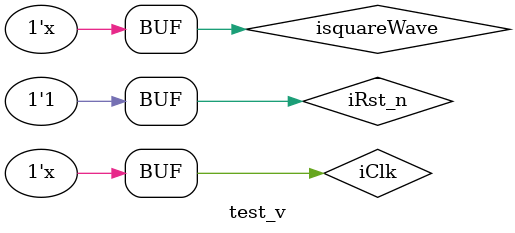
<source format=v>
`timescale 1ns / 1ps


module test_v;

	// Inputs
	reg iClk;
	reg isquareWave;
	reg iRst_n;

	// Outputs
	wire oState_n;

	// Instantiate the Unit Under Test (UUT)
	SquareWave uut (
		.iClk(iClk), 
		.isquareWave(isquareWave), 
		.iRst_n(iRst_n), 
		.oState_n(oState_n)
	);

	initial begin
		// Initialize Inputs
		iClk = 0;
		isquareWave = 0;
		iRst_n = 1;

		// Wait 100 ns for global reset to finish
		#100;
        
		// Add stimulus here

	end
	
   always #16.67 iClk=~iClk;
	
	always 
	begin
		#2000000 isquareWave=~isquareWave;
		#1000000 isquareWave=~isquareWave;
		#1000000 isquareWave=~isquareWave;
		#1000000 isquareWave=~isquareWave;
		#1000000 isquareWave=~isquareWave;		
		#200000 isquareWave=~isquareWave;
		#200000 isquareWave=~isquareWave;
		#200000 isquareWave=~isquareWave;
		#200000 isquareWave=~isquareWave;
		#200000 isquareWave=~isquareWave;
		#200000 isquareWave=~isquareWave;
		#1000000 isquareWave=~isquareWave;
		#1000000 isquareWave=~isquareWave;
		#1000000 isquareWave=~isquareWave;
		#1000000 isquareWave=~isquareWave;
		#1000000 isquareWave=~isquareWave;
		#1000000 isquareWave=~isquareWave;
		#1000000 isquareWave=~isquareWave;
		#2000000 isquareWave=~isquareWave;
		#2000000 isquareWave=~isquareWave;
		#2000000 isquareWave=~isquareWave;
		#2000000 isquareWave=~isquareWave;
		#1000000 isquareWave=~isquareWave;
		#1000000 isquareWave=~isquareWave;
		#1000000 isquareWave=~isquareWave;
		#1000000 isquareWave=~isquareWave;
//		#1000000 isquareWave=~isquareWave;
//		#1000000 isquareWave=~isquareWave;
//		
//		#200000;
//		iRst_n = 0;
//		#200000;
//		iRst_n = 1;
//		#2000000 isquareWave=~isquareWave;
//		#1000000 isquareWave=~isquareWave;
//		#1000000 isquareWave=~isquareWave;
//		#1000000 isquareWave=~isquareWave;
//		#1000000 isquareWave=~isquareWave;		
//		#200000 isquareWave=~isquareWave;
//		#200000 isquareWave=~isquareWave;
//		#200000 isquareWave=~isquareWave;
//		#200000 isquareWave=~isquareWave;
//		#200000 isquareWave=~isquareWave;
//		#200000 isquareWave=~isquareWave;
//		#1000000 isquareWave=~isquareWave;
//		#1000000 isquareWave=~isquareWave;
//		#1000000 isquareWave=~isquareWave;
//		#1000000 isquareWave=~isquareWave;
//		#1000000 isquareWave=~isquareWave;
//		#1000000 isquareWave=~isquareWave;
//		#1000000 isquareWave=~isquareWave;
//		#2000000 isquareWave=~isquareWave;
//		#2000000 isquareWave=~isquareWave;
//		#2000000 isquareWave=~isquareWave;
//		#2000000 isquareWave=~isquareWave;
//		#1000000 isquareWave=~isquareWave;
//		#1000000 isquareWave=~isquareWave;
//		#1000000 isquareWave=~isquareWave;
//		#1000000 isquareWave=~isquareWave;
//		#1000000 isquareWave=~isquareWave;
//		#1000000 isquareWave=~isquareWave;
	end      
endmodule


</source>
